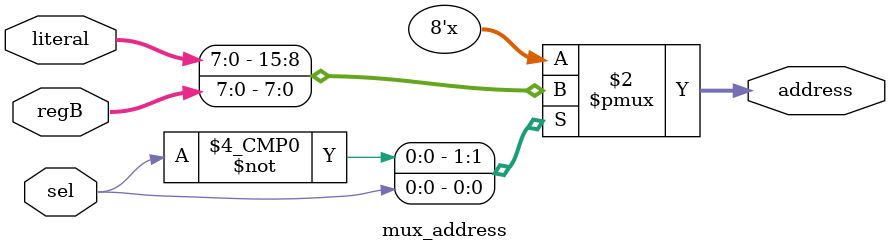
<source format=v>
module mux_address(
    input [7:0] literal,
    input [7:0] regB,
    input sel,
    output reg [7:0] address
);
    always @(*) begin
        case(sel)
            1'b0: address = literal; 
            1'b1: address = regB;
        endcase
    end
endmodule
</source>
